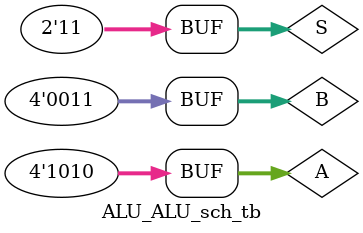
<source format=v>

`timescale 1ns / 1ps

module ALU_ALU_sch_tb();

// Inputs
   reg [1:0] S;
   reg [3:0] A;
   reg [3:0] B;

// Output
   wire [3:0] C;
   wire Co;

// Bidirs

// Instantiate the UUT
   ALU UUT (
		.S(S), 
		.C(C), 
		.Co(Co), 
		.A(A), 
		.B(B)
   );
// Initialize Inputs
initial begin 
S = 0;
A = 10;
B = 7;
#50;
B = 3;
#50;
S = 1;
#50;
S = 2;
#50;
S = 3;
end
endmodule

</source>
